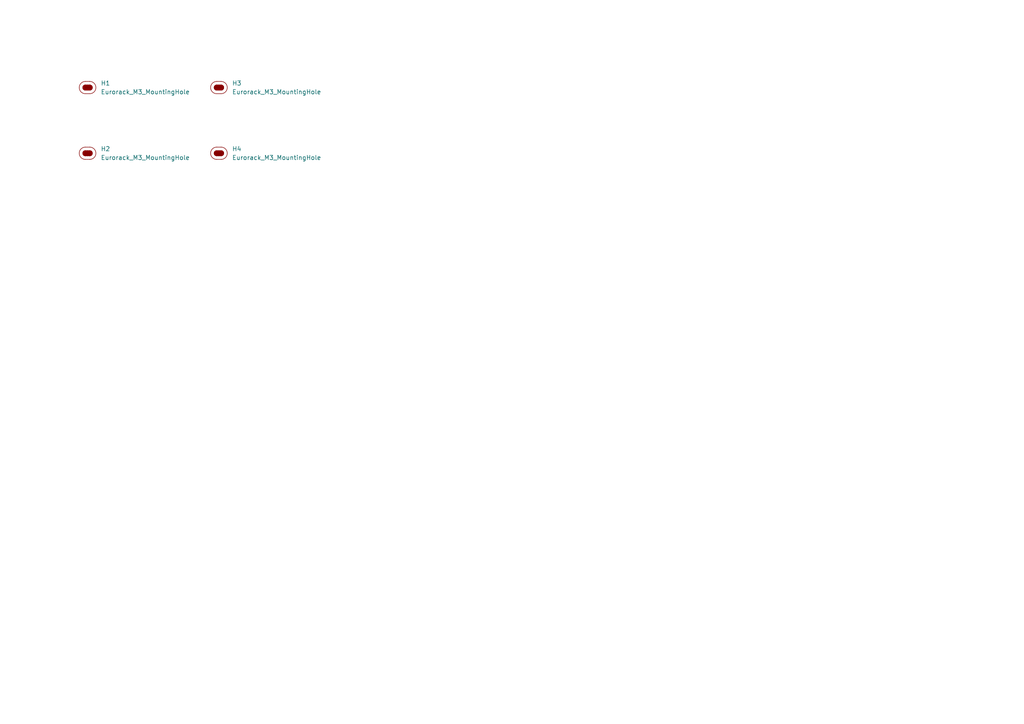
<source format=kicad_sch>
(kicad_sch (version 20231120) (generator "eeschema") (generator_version "8.0")
  (paper "A4")
  (lib_symbols
    (symbol "EXC:Eurorack_M3_MountingHole" (pin_names (offset 1.016)) (exclude_from_sim yes) (in_bom no)
      (property "Reference" "H" (at 0 5.08 0))
      (property "Value" "Eurorack_M3_MountingHole" (at 0 3.175 0))
      (symbol "Eurorack_M3_MountingHole_0_1"
        (circle (center -0.635 0) (radius 0.762) (fill (type outline)))
        (arc (start -0.635 0.762) (mid -1.397 0) (end -0.635 -0.762))
        (arc (start -0.635 1.778) (mid -2.413 0) (end -0.635 -1.778))
        (polyline (pts (xy -0.635 -1.778) (xy 0.635 -1.778)))
        (polyline (pts (xy -0.635 -0.762) (xy 0.635 -0.762)))
        (polyline (pts (xy -0.635 0.762) (xy 0.635 0.762)))
        (polyline (pts (xy 0.635 1.778) (xy -0.635 1.778)))
        (circle (center 0 0) (radius 0.762) (fill (type outline)))
        (arc (start 0.6141 -1.778) (mid 2.4131 0) (end 0.6141 1.778))
        (arc (start 0.6227 -0.762) (mid 1.3971 0) (end 0.6227 0.762))
        (circle (center 0.635 0) (radius 0.762) (fill (type outline)))
      )
    )
  )
  (symbol (lib_id "EXC:Eurorack_M3_MountingHole") (at 63.5 25.4 0) (unit 1) (exclude_from_sim yes) (in_bom no)
    (property "Reference" "H3" (at 67.31 24.1299 0) (effects (justify left)))
    (property "Value" "Eurorack_M3_MountingHole" (at 67.31 26.6699 0) (effects (justify left)))
    (property "Footprint" "EXC:MountingHole_3.2mm_M3" (effects (hide yes)))
    (property "Description" "Mounting Hole without connection" (effects (hide yes)))
  )
  (symbol (lib_id "EXC:Eurorack_M3_MountingHole") (at 25.4 25.4 0) (unit 1) (exclude_from_sim yes) (in_bom no)
    (property "Reference" "H1" (at 29.21 24.1299 0) (effects (justify left)))
    (property "Value" "Eurorack_M3_MountingHole" (at 29.21 26.6699 0) (effects (justify left)))
    (property "Footprint" "EXC:MountingHole_3.2mm_M3" (effects (hide yes)))
    (property "Description" "Mounting Hole without connection" (effects (hide yes)))
  )
  (symbol (lib_id "EXC:Eurorack_M3_MountingHole") (at 63.5 44.45 0) (unit 1) (exclude_from_sim yes) (in_bom no)
    (property "Reference" "H4" (at 67.31 43.1799 0) (effects (justify left)))
    (property "Value" "Eurorack_M3_MountingHole" (at 67.31 45.7199 0) (effects (justify left)))
    (property "Footprint" "EXC:MountingHole_3.2mm_M3" (effects (hide yes)))
    (property "Description" "Mounting Hole without connection" (effects (hide yes)))
  )
  (symbol (lib_id "EXC:Eurorack_M3_MountingHole") (at 25.4 44.45 0) (unit 1) (exclude_from_sim yes) (in_bom no)
    (property "Reference" "H2" (at 29.21 43.1799 0) (effects (justify left)))
    (property "Value" "Eurorack_M3_MountingHole" (at 29.21 45.7199 0) (effects (justify left)))
    (property "Footprint" "EXC:MountingHole_3.2mm_M3" (effects (hide yes)))
    (property "Description" "Mounting Hole without connection" (effects (hide yes)))
  )
)
</source>
